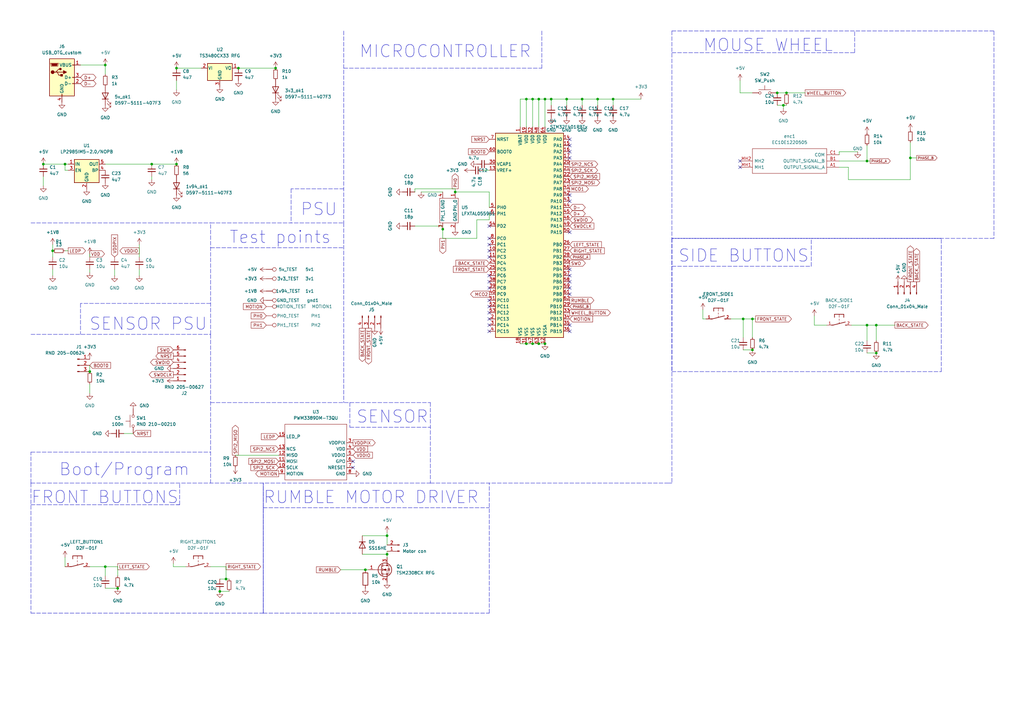
<source format=kicad_sch>
(kicad_sch (version 20211123) (generator eeschema)
  (paper "A3")
  (junction (at 92.71 237.49))
  (junction (at 223.52 40.64))
  (junction (at 318.77 38.1))
  (junction (at 36.83 152.4))
  (junction (at 304.8 130.81))
  (junction (at 355.6 133.35))
  (junction (at 62.23 67.31))
  (junction (at 72.39 27.94))
  (junction (at 218.44 140.97))
  (junction (at 149.86 233.68))
  (junction (at 232.41 40.64))
  (junction (at 90.17 242.57))
  (junction (at 186.69 78.74))
  (junction (at 218.44 40.64))
  (junction (at 72.39 67.31))
  (junction (at 321.31 43.18))
  (junction (at 308.61 143.51))
  (junction (at 355.6 66.04))
  (junction (at 21.59 102.87))
  (junction (at 220.98 40.64))
  (junction (at 322.58 38.1))
  (junction (at 43.18 26.67))
  (junction (at 251.46 40.64))
  (junction (at 26.67 67.31))
  (junction (at 113.03 27.94))
  (junction (at 238.76 40.64))
  (junction (at 226.06 40.64))
  (junction (at 245.11 40.64))
  (junction (at 215.9 40.64))
  (junction (at 359.41 133.35))
  (junction (at 48.26 241.3))
  (junction (at 223.52 140.97))
  (junction (at 373.38 64.77))
  (junction (at 158.75 227.33))
  (junction (at 43.18 232.41))
  (junction (at 220.98 140.97))
  (junction (at 181.61 93.98))
  (junction (at 308.61 130.81))
  (junction (at 215.9 140.97))
  (junction (at 359.41 144.78))
  (junction (at 97.79 27.94))
  (junction (at 158.75 219.71))
  (junction (at 17.78 67.31))
  (no_connect (at 233.68 59.69))
  (no_connect (at 200.66 92.71))
  (no_connect (at 303.53 66.04))
  (no_connect (at 233.68 57.15))
  (no_connect (at 233.68 135.89))
  (no_connect (at 233.68 110.49))
  (no_connect (at 303.53 68.58))
  (no_connect (at 233.68 62.23))
  (no_connect (at 200.66 128.27))
  (no_connect (at 233.68 80.01))
  (no_connect (at 200.66 102.87))
  (no_connect (at 200.66 135.89))
  (no_connect (at 200.66 125.73))
  (no_connect (at 144.78 189.23))
  (no_connect (at 233.68 95.25))
  (no_connect (at 233.68 115.57))
  (no_connect (at 200.66 105.41))
  (no_connect (at 200.66 123.19))
  (no_connect (at 200.66 100.33))
  (no_connect (at 233.68 113.03))
  (no_connect (at 233.68 120.65))
  (no_connect (at 200.66 130.81))
  (no_connect (at 233.68 133.35))
  (no_connect (at 200.66 113.03))
  (no_connect (at 200.66 115.57))
  (no_connect (at 233.68 82.55))
  (no_connect (at 200.66 97.79))
  (no_connect (at 144.78 191.77))
  (no_connect (at 233.68 118.11))
  (no_connect (at 200.66 118.11))
  (no_connect (at 233.68 64.77))
  (no_connect (at 200.66 133.35))
  (polyline (pts (xy 222.25 12.7) (xy 222.25 27.94)))
  (wire (pts (xy 351.79 62.23) (xy 344.17 62.23)))
  (polyline (pts (xy 86.36 101.6) (xy 140.97 101.6)))
  (wire (pts (xy 170.18 77.47) (xy 170.18 78.74)))
  (wire (pts (xy 303.53 38.1) (xy 308.61 38.1)))
  (wire (pts (xy 213.36 40.64) (xy 215.9 40.64)))
  (polyline (pts (xy 200.66 251.46) (xy 200.66 198.12)))
  (wire (pts (xy 46.99 113.03) (xy 46.99 110.49)))
  (polyline (pts (xy 386.08 152.4) (xy 386.08 97.79)))
  (polyline (pts (xy 86.36 137.16) (xy 86.36 198.12)))
  (wire (pts (xy 26.67 69.85) (xy 26.67 67.31)))
  (wire (pts (xy 344.17 66.04) (xy 355.6 66.04)))
  (wire (pts (xy 344.17 68.58) (xy 347.98 68.58)))
  (polyline (pts (xy 350.52 21.59) (xy 350.52 12.7)))
  (wire (pts (xy 62.23 67.31) (xy 72.39 67.31)))
  (wire (pts (xy 158.75 227.33) (xy 158.75 228.6)))
  (wire (pts (xy 226.06 40.64) (xy 232.41 40.64)))
  (wire (pts (xy 373.38 64.77) (xy 373.38 58.42)))
  (wire (pts (xy 21.59 113.03) (xy 21.59 110.49)))
  (polyline (pts (xy 86.36 124.46) (xy 33.02 124.46)))
  (wire (pts (xy 43.18 30.48) (xy 43.18 26.67)))
  (wire (pts (xy 232.41 43.18) (xy 232.41 40.64)))
  (wire (pts (xy 43.18 232.41) (xy 48.26 232.41)))
  (wire (pts (xy 359.41 133.35) (xy 359.41 139.7)))
  (wire (pts (xy 36.83 105.41) (xy 36.83 104.14)))
  (wire (pts (xy 355.6 133.35) (xy 359.41 133.35)))
  (wire (pts (xy 181.61 93.98) (xy 181.61 97.79)))
  (wire (pts (xy 17.78 67.31) (xy 26.67 67.31)))
  (wire (pts (xy 158.75 226.06) (xy 158.75 227.33)))
  (wire (pts (xy 232.41 40.64) (xy 238.76 40.64)))
  (wire (pts (xy 304.8 130.81) (xy 304.8 138.43)))
  (wire (pts (xy 318.77 43.18) (xy 321.31 43.18)))
  (wire (pts (xy 304.8 130.81) (xy 308.61 130.81)))
  (wire (pts (xy 251.46 40.64) (xy 262.89 40.64)))
  (wire (pts (xy 218.44 140.97) (xy 220.98 140.97)))
  (polyline (pts (xy 86.36 91.44) (xy 140.97 91.44)))
  (wire (pts (xy 36.83 232.41) (xy 43.18 232.41)))
  (wire (pts (xy 26.67 232.41) (xy 26.67 228.6)))
  (polyline (pts (xy 86.36 165.1) (xy 176.53 165.1)))
  (wire (pts (xy 148.59 219.71) (xy 158.75 219.71)))
  (wire (pts (xy 17.78 76.2) (xy 17.78 72.39)))
  (polyline (pts (xy 140.97 27.94) (xy 222.25 27.94)))
  (polyline (pts (xy 107.95 251.46) (xy 200.66 251.46)))
  (wire (pts (xy 321.31 43.18) (xy 322.58 43.18)))
  (wire (pts (xy 200.66 90.17) (xy 200.66 87.63)))
  (wire (pts (xy 36.83 157.48) (xy 36.83 161.29)))
  (wire (pts (xy 355.6 66.04) (xy 356.87 66.04)))
  (polyline (pts (xy 12.7 185.42) (xy 86.36 185.42)))
  (wire (pts (xy 36.83 111.76) (xy 36.83 110.49)))
  (wire (pts (xy 373.38 64.77) (xy 375.92 64.77)))
  (polyline (pts (xy 176.53 165.1) (xy 176.53 198.12)))
  (wire (pts (xy 373.38 64.77) (xy 373.38 73.66)))
  (polyline (pts (xy 143.51 175.26) (xy 176.53 175.26)))
  (wire (pts (xy 92.71 232.41) (xy 92.71 237.49)))
  (polyline (pts (xy 12.7 198.12) (xy 12.7 185.42)))
  (wire (pts (xy 48.26 232.41) (xy 48.26 236.22)))
  (wire (pts (xy 43.18 67.31) (xy 62.23 67.31)))
  (polyline (pts (xy 107.95 208.28) (xy 200.66 208.28)))
  (wire (pts (xy 195.58 97.79) (xy 195.58 90.17)))
  (wire (pts (xy 21.59 100.33) (xy 21.59 102.87)))
  (polyline (pts (xy 275.59 109.22) (xy 332.74 109.22)))
  (wire (pts (xy 218.44 140.97) (xy 215.9 140.97)))
  (polyline (pts (xy 275.59 12.7) (xy 407.67 12.7)))
  (wire (pts (xy 355.6 133.35) (xy 349.25 133.35)))
  (polyline (pts (xy 275.59 152.4) (xy 386.08 152.4)))
  (wire (pts (xy 181.61 92.71) (xy 181.61 93.98)))
  (wire (pts (xy 223.52 40.64) (xy 223.52 52.07)))
  (wire (pts (xy 97.79 27.94) (xy 113.03 27.94)))
  (wire (pts (xy 186.69 78.74) (xy 186.69 77.47)))
  (wire (pts (xy 71.12 231.14) (xy 71.12 232.41)))
  (wire (pts (xy 186.69 77.47) (xy 170.18 77.47)))
  (wire (pts (xy 72.39 27.94) (xy 82.55 27.94)))
  (polyline (pts (xy 12.7 207.01) (xy 73.66 207.01)))
  (polyline (pts (xy 12.7 251.46) (xy 107.95 251.46)))
  (polyline (pts (xy 275.59 97.79) (xy 275.59 198.12)))
  (wire (pts (xy 93.98 242.57) (xy 90.17 242.57)))
  (wire (pts (xy 92.71 232.41) (xy 86.36 232.41)))
  (wire (pts (xy 50.8 177.8) (xy 54.61 177.8)))
  (wire (pts (xy 48.26 241.3) (xy 43.18 241.3)))
  (wire (pts (xy 359.41 133.35) (xy 367.03 133.35)))
  (wire (pts (xy 245.11 40.64) (xy 251.46 40.64)))
  (wire (pts (xy 43.18 232.41) (xy 43.18 236.22)))
  (wire (pts (xy 172.72 78.74) (xy 181.61 78.74)))
  (wire (pts (xy 308.61 130.81) (xy 308.61 138.43)))
  (polyline (pts (xy 143.51 165.1) (xy 143.51 175.26)))
  (wire (pts (xy 355.6 133.35) (xy 355.6 139.7)))
  (wire (pts (xy 215.9 40.64) (xy 218.44 40.64)))
  (wire (pts (xy 373.38 73.66) (xy 347.98 73.66)))
  (wire (pts (xy 288.29 130.81) (xy 289.56 130.81)))
  (wire (pts (xy 195.58 90.17) (xy 200.66 90.17)))
  (wire (pts (xy 181.61 97.79) (xy 195.58 97.79)))
  (wire (pts (xy 215.9 40.64) (xy 215.9 52.07)))
  (wire (pts (xy 245.11 43.18) (xy 245.11 40.64)))
  (wire (pts (xy 200.66 78.74) (xy 200.66 85.09)))
  (wire (pts (xy 57.15 110.49) (xy 57.15 113.03)))
  (wire (pts (xy 36.83 149.86) (xy 36.83 152.4)))
  (polyline (pts (xy 12.7 198.12) (xy 176.53 198.12)))
  (wire (pts (xy 43.18 26.67) (xy 33.02 26.67)))
  (wire (pts (xy 355.6 144.78) (xy 359.41 144.78)))
  (wire (pts (xy 238.76 43.18) (xy 238.76 40.64)))
  (polyline (pts (xy 275.59 21.59) (xy 350.52 21.59)))
  (wire (pts (xy 62.23 72.39) (xy 62.23 73.66)))
  (wire (pts (xy 200.66 78.74) (xy 186.69 78.74)))
  (polyline (pts (xy 107.95 251.46) (xy 107.95 198.12)))
  (polyline (pts (xy 33.02 124.46) (xy 33.02 137.16)))
  (polyline (pts (xy 12.7 137.16) (xy 86.36 137.16)))
  (wire (pts (xy 220.98 40.64) (xy 223.52 40.64)))
  (polyline (pts (xy 332.74 109.22) (xy 332.74 97.79)))
  (wire (pts (xy 226.06 43.18) (xy 226.06 40.64)))
  (wire (pts (xy 304.8 143.51) (xy 308.61 143.51)))
  (wire (pts (xy 238.76 40.64) (xy 245.11 40.64)))
  (wire (pts (xy 96.52 186.69) (xy 114.3 186.69)))
  (wire (pts (xy 344.17 62.23) (xy 344.17 63.5)))
  (wire (pts (xy 213.36 140.97) (xy 215.9 140.97)))
  (wire (pts (xy 220.98 40.64) (xy 220.98 52.07)))
  (wire (pts (xy 334.01 133.35) (xy 339.09 133.35)))
  (wire (pts (xy 71.12 232.41) (xy 76.2 232.41)))
  (wire (pts (xy 170.18 92.71) (xy 181.61 92.71)))
  (polyline (pts (xy 86.36 137.16) (xy 86.36 91.44)))
  (polyline (pts (xy 119.38 77.47) (xy 119.38 91.44)))
  (wire (pts (xy 223.52 40.64) (xy 226.06 40.64)))
  (wire (pts (xy 308.61 130.81) (xy 309.88 130.81)))
  (wire (pts (xy 158.75 219.71) (xy 158.75 223.52)))
  (wire (pts (xy 355.6 66.04) (xy 355.6 59.69)))
  (polyline (pts (xy 12.7 91.44) (xy 86.36 91.44)))
  (wire (pts (xy 321.31 43.18) (xy 321.31 44.45)))
  (polyline (pts (xy 386.08 97.79) (xy 275.59 97.79)))
  (wire (pts (xy 149.86 233.68) (xy 151.13 233.68)))
  (wire (pts (xy 347.98 73.66) (xy 347.98 68.58)))
  (wire (pts (xy 318.77 38.1) (xy 322.58 38.1)))
  (polyline (pts (xy 275.59 12.7) (xy 275.59 97.79)))
  (wire (pts (xy 158.75 218.44) (xy 158.75 219.71)))
  (wire (pts (xy 90.17 237.49) (xy 92.71 237.49)))
  (polyline (pts (xy 176.53 198.12) (xy 274.32 198.12)))
  (wire (pts (xy 213.36 52.07) (xy 213.36 40.64)))
  (wire (pts (xy 198.12 69.85) (xy 200.66 69.85)))
  (wire (pts (xy 139.7 233.68) (xy 149.86 233.68)))
  (wire (pts (xy 218.44 40.64) (xy 218.44 52.07)))
  (wire (pts (xy 26.67 67.31) (xy 27.94 67.31)))
  (wire (pts (xy 148.59 227.33) (xy 158.75 227.33)))
  (polyline (pts (xy 407.67 12.7) (xy 407.67 97.79)))
  (polyline (pts (xy 140.97 77.47) (xy 119.38 77.47)))
  (wire (pts (xy 251.46 43.18) (xy 251.46 40.64)))
  (polyline (pts (xy 73.66 207.01) (xy 73.66 198.12)))
  (wire (pts (xy 27.94 69.85) (xy 26.67 69.85)))
  (wire (pts (xy 288.29 127) (xy 288.29 130.81)))
  (polyline (pts (xy 275.59 97.79) (xy 275.59 152.4)))
  (wire (pts (xy 27.94 102.87) (xy 26.67 102.87)))
  (wire (pts (xy 299.72 130.81) (xy 304.8 130.81)))
  (polyline (pts (xy 140.97 12.7) (xy 140.97 91.44)))
  (polyline (pts (xy 407.67 97.79) (xy 275.59 97.79)))
  (polyline (pts (xy 140.97 91.44) (xy 140.97 165.1)))
  (wire (pts (xy 220.98 140.97) (xy 223.52 140.97)))
  (polyline (pts (xy 275.59 198.12) (xy 274.32 198.12)))
  (wire (pts (xy 57.15 100.33) (xy 57.15 105.41)))
  (wire (pts (xy 303.53 33.02) (xy 303.53 38.1)))
  (wire (pts (xy 92.71 237.49) (xy 93.98 237.49)))
  (polyline (pts (xy 12.7 198.12) (xy 12.7 251.46)))
  (polyline (pts (xy 72.39 207.01) (xy 73.66 207.01)))
  (wire (pts (xy 322.58 38.1) (xy 330.2 38.1)))
  (polyline (pts (xy 107.95 251.46) (xy 107.95 198.12)))
  (wire (pts (xy 72.39 36.83) (xy 72.39 33.02)))
  (polyline (pts (xy 107.95 198.12) (xy 107.95 251.46)))
  (wire (pts (xy 218.44 40.64) (xy 220.98 40.64)))
  (wire (pts (xy 334.01 129.54) (xy 334.01 133.35)))
  (wire (pts (xy 21.59 102.87) (xy 21.59 105.41)))
  (text "Test points\n" (at 93.98 100.33 0) (effects (font (size 5 5)) (justify left bottom)))
  (text "PSU\n" (at 123.19 88.9 0) (effects (font (size 5 5)) (justify left bottom)))
  (text "SENSOR" (at 146.05 173.99 0) (effects (font (size 5 5)) (justify left bottom)))
  (text "FRONT BUTTONS\n" (at 12.7 207.01 0) (effects (font (size 5 5)) (justify left bottom)))
  (text "Boot/Program\n" (at 24.13 195.58 0) (effects (font (size 5 5)) (justify left bottom)))
  (text "SENSOR PSU\n" (at 85.09 135.89 180) (effects (font (size 5 5)) (justify right bottom)))
  (text "MICROCONTROLLER" (at 147.32 24.13 0) (effects (font (size 5 5)) (justify left bottom)))
  (text "RUMBLE MOTOR DRIVER" (at 107.95 207.01 0) (effects (font (size 5 5)) (justify left bottom)))
  (text "MOUSE WHEEL" (at 288.29 21.59 0) (effects (font (size 5 5)) (justify left bottom)))
  (text "SIDE BUTTONS\n" (at 278.13 107.95 0) (effects (font (size 5 5)) (justify left bottom)))
  (global_label "VDDPIX" (shape output) (at 144.78 181.61 0) (property "Intersheet References" "${INTERSHEET_REFS}" (effects hide)))
  (global_label "PHASE_A" (shape output) (at 356.87 66.04 0) (effects (font (size 1 1))) (property "Intersheet References" "${INTERSHEET_REFS}" (effects hide)))
  (global_label "BACK_STATE" (shape output) (at 375.92 115.57 90) (property "Intersheet References" "${INTERSHEET_REFS}" (effects hide)))
  (global_label "LEFT_STATE" (shape output) (at 48.26 232.41 0) (property "Intersheet References" "${INTERSHEET_REFS}" (effects hide)))
  (global_label "SPI2_MISO" (shape output) (at 96.52 186.69 90) (property "Intersheet References" "${INTERSHEET_REFS}" (effects hide)))
  (global_label "PH1" (shape output) (at 181.61 97.79 270) (property "Intersheet References" "${INTERSHEET_REFS}" (effects hide)))
  (global_label "SWDIO" (shape bidirectional) (at 71.12 148.59 180) (property "Intersheet References" "${INTERSHEET_REFS}" (effects hide)))
  (global_label "FRONT_STATE" (shape input) (at 200.66 110.49 180) (property "Intersheet References" "${INTERSHEET_REFS}" (effects hide)))
  (global_label "SPI2_NCS" (shape input) (at 114.3 184.15 180) (property "Intersheet References" "${INTERSHEET_REFS}" (effects hide)))
  (global_label "WHEEL_BUTTON" (shape output) (at 330.2 38.1 0) (property "Intersheet References" "${INTERSHEET_REFS}" (effects hide)))
  (global_label "SWDCLK" (shape output) (at 71.12 153.67 180) (property "Intersheet References" "${INTERSHEET_REFS}" (effects hide)))
  (global_label "MCO2" (shape output) (at 200.66 120.65 180) (property "Intersheet References" "${INTERSHEET_REFS}" (effects hide)))
  (global_label "SWDIO" (shape bidirectional) (at 233.68 90.17 0) (property "Intersheet References" "${INTERSHEET_REFS}" (effects hide)))
  (global_label "SWO" (shape output) (at 233.68 107.95 0) (property "Intersheet References" "${INTERSHEET_REFS}" (effects hide)))
  (global_label "PH1" (shape input) (at 109.22 133.35 180) (property "Intersheet References" "${INTERSHEET_REFS}" (effects hide)))
  (global_label "LEDP" (shape output) (at 27.94 102.87 0) (property "Intersheet References" "${INTERSHEET_REFS}" (effects hide)))
  (global_label "LEDP" (shape input) (at 114.3 179.07 180) (property "Intersheet References" "${INTERSHEET_REFS}" (effects hide)))
  (global_label "BOOT0" (shape input) (at 200.66 62.23 180) (property "Intersheet References" "${INTERSHEET_REFS}" (effects hide)))
  (global_label "LEFT_STATE" (shape input) (at 233.68 100.33 0) (property "Intersheet References" "${INTERSHEET_REFS}" (effects hide)))
  (global_label "PHASE_A" (shape input) (at 233.68 105.41 0) (effects (font (size 1 1))) (property "Intersheet References" "${INTERSHEET_REFS}" (effects hide)))
  (global_label "WHEEL_BUTTON" (shape output) (at 233.68 128.27 0) (property "Intersheet References" "${INTERSHEET_REFS}" (effects hide)))
  (global_label "MOTION" (shape output) (at 114.3 194.31 180) (property "Intersheet References" "${INTERSHEET_REFS}" (effects hide)))
  (global_label "VDDIO" (shape output) (at 57.15 102.87 180) (property "Intersheet References" "${INTERSHEET_REFS}" (effects hide)))
  (global_label "BOOT0" (shape input) (at 36.83 149.86 0) (property "Intersheet References" "${INTERSHEET_REFS}" (effects hide)))
  (global_label "D-" (shape bidirectional) (at 233.68 85.09 0) (property "Intersheet References" "${INTERSHEET_REFS}" (effects hide)))
  (global_label "FRONT_STATE" (shape output) (at 373.38 115.57 90) (property "Intersheet References" "${INTERSHEET_REFS}" (effects hide)))
  (global_label "VDDIO" (shape input) (at 144.78 186.69 0) (property "Intersheet References" "${INTERSHEET_REFS}" (effects hide)))
  (global_label "BACK_STATE" (shape input) (at 200.66 107.95 180) (property "Intersheet References" "${INTERSHEET_REFS}" (effects hide)))
  (global_label "RUMBLE" (shape input) (at 139.7 233.68 180) (property "Intersheet References" "${INTERSHEET_REFS}" (effects hide)))
  (global_label "BACK_STATE" (shape output) (at 148.59 134.62 270) (property "Intersheet References" "${INTERSHEET_REFS}" (effects hide)))
  (global_label "PH0" (shape input) (at 109.22 129.54 180) (property "Intersheet References" "${INTERSHEET_REFS}" (effects hide)))
  (global_label "SWO" (shape input) (at 71.12 143.51 180) (property "Intersheet References" "${INTERSHEET_REFS}" (effects hide)))
  (global_label "SPI2_MOSI" (shape output) (at 233.68 74.93 0) (property "Intersheet References" "${INTERSHEET_REFS}" (effects hide)))
  (global_label "SPI2_NCS" (shape output) (at 233.68 67.31 0) (property "Intersheet References" "${INTERSHEET_REFS}" (effects hide)))
  (global_label "SPI2_MISO" (shape input) (at 233.68 72.39 0) (property "Intersheet References" "${INTERSHEET_REFS}" (effects hide)))
  (global_label "MOTION" (shape input) (at 233.68 130.81 0) (property "Intersheet References" "${INTERSHEET_REFS}" (effects hide)))
  (global_label "D+" (shape bidirectional) (at 33.02 31.75 0) (property "Intersheet References" "${INTERSHEET_REFS}" (effects hide)))
  (global_label "NRST" (shape input) (at 54.61 177.8 0) (property "Intersheet References" "${INTERSHEET_REFS}" (effects hide)))
  (global_label "SWDCLK" (shape input) (at 233.68 92.71 0) (property "Intersheet References" "${INTERSHEET_REFS}" (effects hide)))
  (global_label "NRST" (shape output) (at 71.12 146.05 180) (property "Intersheet References" "${INTERSHEET_REFS}" (effects hide)))
  (global_label "SPI2_SCK" (shape output) (at 233.68 69.85 0) (property "Intersheet References" "${INTERSHEET_REFS}" (effects hide)))
  (global_label "PHASE_B" (shape output) (at 375.92 64.77 0) (effects (font (size 1 1))) (property "Intersheet References" "${INTERSHEET_REFS}" (effects hide)))
  (global_label "D-" (shape bidirectional) (at 33.02 34.29 0) (property "Intersheet References" "${INTERSHEET_REFS}" (effects hide)))
  (global_label "RIGHT_STATE" (shape input) (at 233.68 102.87 0) (property "Intersheet References" "${INTERSHEET_REFS}" (effects hide)))
  (global_label "PHASE_B" (shape input) (at 233.68 125.73 0) (effects (font (size 1 1))) (property "Intersheet References" "${INTERSHEET_REFS}" (effects hide)))
  (global_label "RUMBLE" (shape output) (at 233.68 123.19 0) (property "Intersheet References" "${INTERSHEET_REFS}" (effects hide)))
  (global_label "D+" (shape bidirectional) (at 233.68 87.63 0) (property "Intersheet References" "${INTERSHEET_REFS}" (effects hide)))
  (global_label "SPI2_SCK" (shape input) (at 114.3 191.77 180) (property "Intersheet References" "${INTERSHEET_REFS}" (effects hide)))
  (global_label "BACK_STATE" (shape output) (at 367.03 133.35 0) (property "Intersheet References" "${INTERSHEET_REFS}" (effects hide)))
  (global_label "FRONT_STATE" (shape output) (at 309.88 130.81 0) (property "Intersheet References" "${INTERSHEET_REFS}" (effects hide)))
  (global_label "MCO1" (shape output) (at 233.68 77.47 0) (property "Intersheet References" "${INTERSHEET_REFS}" (effects hide)))
  (global_label "MOTION" (shape input) (at 109.22 125.73 180) (property "Intersheet References" "${INTERSHEET_REFS}" (effects hide)))
  (global_label "PH0" (shape output) (at 186.69 77.47 90) (property "Intersheet References" "${INTERSHEET_REFS}" (effects hide)))
  (global_label "VDD" (shape input) (at 144.78 184.15 0) (property "Intersheet References" "${INTERSHEET_REFS}" (effects hide)))
  (global_label "SPI2_MOSI" (shape input) (at 114.3 189.23 180) (property "Intersheet References" "${INTERSHEET_REFS}" (effects hide)))
  (global_label "VDDPIX" (shape input) (at 46.99 105.41 90) (property "Intersheet References" "${INTERSHEET_REFS}" (effects hide)))
  (global_label "RIGHT_STATE" (shape output) (at 92.71 232.41 0) (property "Intersheet References" "${INTERSHEET_REFS}" (effects hide)))
  (global_label "VDD" (shape output) (at 36.83 104.14 0) (property "Intersheet References" "${INTERSHEET_REFS}" (effects hide)))
  (global_label "NRST" (shape input) (at 200.66 57.15 180) (property "Intersheet References" "${INTERSHEET_REFS}" (effects hide)))
  (global_label "FRONT_STATE" (shape output) (at 151.13 134.62 270) (property "Intersheet References" "${INTERSHEET_REFS}" (effects hide)))
  (symbol (lib_id "power:GND") (at 370.84 115.57 180) (unit 1)
    (property "Reference" "#PWR0152" (effects hide))
    (property "Value" "GND" (at 370.84 111.76 90) (effects (justify right)))
  )
  (symbol (lib_id "power:+3V3") (at 109.22 114.3 90) (unit 1)
    (property "Reference" "#PWR0127" (effects hide))
    (property "Value" "+3V3" (at 105.41 114.3001 90) (effects (justify left)))
  )
  (symbol (lib_id "mouse:D2F-01F") (at 81.28 232.41 0) (unit 1)
    (property "Reference" "RIGHT_BUTTON1" (at 81.28 222.25 0))
    (property "Value" "D2F-01F" (at 81.28 224.79 0))
    (property "Footprint" "mouse:D2F-01F" (effects hide))
    (property "part #" "D2F-01F" (effects hide))
  )
  (symbol (lib_id "power:+5V") (at 303.53 33.02 0) (unit 1)
    (property "Reference" "#PWR0166" (effects hide))
    (property "Value" "+5V" (at 303.53 27.94 0))
  )
  (symbol (lib_id "power:GND") (at 45.72 177.8 270) (unit 1)
    (property "Reference" "#PWR0133" (effects hide))
    (property "Value" "GND" (at 41.91 177.7999 90) (effects (justify right)))
  )
  (symbol (lib_id "Device:C_Small") (at 97.79 30.48 0) (unit 1)
    (property "Reference" "C9" (at 100.33 29.2162 0) (effects (justify left)))
    (property "Value" "4u7" (at 100.33 31.7562 0) (effects (justify left)))
    (property "Footprint" "Capacitor_SMD:C_0805_2012Metric_Pad1.18x1.45mm_HandSolder" (effects hide))
  )
  (symbol (lib_id "power:+5V") (at 368.3 115.57 0) (unit 1)
    (property "Reference" "#PWR0153" (effects hide))
    (property "Value" "+5V" (at 368.3 110.49 90))
  )
  (symbol (lib_id "power:GND") (at 153.67 134.62 0) (unit 1)
    (property "Reference" "#PWR0163" (effects hide))
    (property "Value" "GND" (at 153.67 138.43 90) (effects (justify right)))
  )
  (symbol (lib_id "Device:LED") (at 113.03 36.83 90) (unit 1)
    (property "Reference" "3v3_ok1" (at 116.84 37.1474 90) (effects (justify right)))
    (property "Value" "D597-5111-407F3" (at 116.84 39.6874 90) (effects (justify right)))
    (property "Footprint" "LED_SMD:LED_0805_2012Metric_Pad1.15x1.40mm_HandSolder" (effects hide))
    (property "part #" "D597-5111-407F3" (effects hide))
  )
  (symbol (lib_id "power:GND") (at 186.69 93.98 0) (unit 1)
    (property "Reference" "#PWR0168" (effects hide))
    (property "Value" "GND" (at 189.23 95.2499 0) (effects (justify left)))
  )
  (symbol (lib_id "power:GND") (at 21.59 113.03 0) (unit 1)
    (property "Reference" "#PWR0136" (effects hide))
    (property "Value" "GND" (at 21.59 118.11 0))
  )
  (symbol (lib_id "mouse:EC10E1220505") (at 344.17 68.58 180) (unit 1)
    (property "Reference" "enc1" (at 323.85 55.88 0))
    (property "Value" "EC10E1220505" (at 323.85 58.42 0))
    (property "Footprint" "mouse:EC10E1220505" (effects hide))
    (property "Datasheet" "https://tech.alpsalpine.com/prod/e/html/encoder/incremental/ec10e/ec10e1220505.html" (effects hide))
    (property "Description" "10mm Size Hollow Shaft Type EC10E Incremental Encoder" (effects hide))
    (property "Height" "10.6" (effects hide))
    (property "Manufacturer_Name" "ALPS Electric" (effects hide))
    (property "Manufacturer_Part_Number" "EC10E1220505" (effects hide))
    (property "Mouser Part Number" "688-EC10E1220505" (effects hide))
    (property "Mouser Price/Stock" "https://www.mouser.co.uk/ProductDetail/Alps-Alpine/EC10E1220505?qs=seHrhfPpLDy2J0FZRG9wSg%3D%3D" (effects hide))
  )
  (symbol (lib_id "mouse:D2F-01F") (at 294.64 130.81 0) (unit 1)
    (property "Reference" "FRONT_SIDE1" (at 294.64 120.65 0))
    (property "Value" "D2F-01F" (at 294.64 123.19 0))
    (property "Footprint" "mouse:D2F-01F" (effects hide))
  )
  (symbol (lib_id "power:+5V") (at 334.01 129.54 0) (unit 1)
    (property "Reference" "#PWR0151" (effects hide))
    (property "Value" "+5V" (at 334.01 124.46 0))
  )
  (symbol (lib_id "power:GND") (at 165.1 92.71 270) (unit 1)
    (property "Reference" "#PWR0103" (effects hide))
    (property "Value" "GND" (at 160.02 92.71 0))
  )
  (symbol (lib_id "Device:LED") (at 43.18 39.37 90) (unit 1)
    (property "Reference" "5v_ok1" (at 46.99 39.6874 90) (effects (justify right)))
    (property "Value" "D597-5111-407F3" (at 46.99 42.2274 90) (effects (justify right)))
    (property "Footprint" "LED_SMD:LED_0805_2012Metric_Pad1.15x1.40mm_HandSolder" (effects hide))
    (property "part #" "D597-5111-407F3" (effects hide))
  )
  (symbol (lib_id "Device:R_Small") (at 113.03 30.48 0) (unit 1)
    (property "Reference" "R10" (at 115.57 29.2099 0) (effects (justify left)))
    (property "Value" "1k" (at 115.57 31.7499 0) (effects (justify left)))
    (property "Footprint" "Resistor_SMD:R_0805_2012Metric_Pad1.20x1.40mm_HandSolder" (effects hide))
    (property "part #" "RC0805FR-071KL" (effects hide))
  )
  (symbol (lib_id "Device:R_Small") (at 43.18 33.02 0) (unit 1)
    (property "Reference" "R3" (at 45.72 31.7499 0) (effects (justify left)))
    (property "Value" "1k" (at 45.72 34.2899 0) (effects (justify left)))
    (property "Footprint" "Resistor_SMD:R_0805_2012Metric_Pad1.20x1.40mm_HandSolder" (effects hide))
    (property "part #" "RC0805FR-071KL" (effects hide))
  )
  (symbol (lib_id "power:GND") (at 36.83 161.29 0) (unit 1)
    (property "Reference" "#PWR0139" (effects hide))
    (property "Value" "GND" (at 36.83 166.37 0))
  )
  (symbol (lib_id "Device:C_Small") (at 318.77 40.64 180) (unit 1)
    (property "Reference" "C24" (at 313.69 39.37 0) (effects (justify right)))
    (property "Value" "10u" (at 313.69 41.91 0) (effects (justify right)))
    (property "Footprint" "Capacitor_SMD:C_0805_2012Metric_Pad1.18x1.45mm_HandSolder" (effects hide))
  )
  (symbol (lib_id "power:+1V8") (at 21.59 100.33 0) (unit 1)
    (property "Reference" "#PWR0121" (effects hide))
    (property "Value" "+1V8" (at 21.59 95.25 0))
  )
  (symbol (lib_id "Device:C_Small") (at 195.58 69.85 270) (unit 1)
    (property "Reference" "C18" (at 196.8438 72.39 0) (effects (justify left)))
    (property "Value" "4.7u" (at 194.3038 72.39 0) (effects (justify left)))
    (property "Footprint" "Capacitor_SMD:C_0805_2012Metric_Pad1.18x1.45mm_HandSolder" (effects hide))
  )
  (symbol (lib_id "Connector:TestPoint") (at 109.22 119.38 270) (unit 1)
    (property "Reference" "1v1" (at 127 119.38 90))
    (property "Value" "1v94_TEST" (at 118.11 119.38 90))
    (property "Footprint" "Connector_PinHeader_2.54mm:PinHeader_1x01_P2.54mm_Vertical" (effects hide))
  )
  (symbol (lib_id "power:+5V") (at 26.67 228.6 0) (unit 1)
    (property "Reference" "#PWR0149" (effects hide))
    (property "Value" "+5V" (at 26.67 223.52 0))
  )
  (symbol (lib_id "power:+5V") (at 43.18 26.67 0) (unit 1)
    (property "Reference" "#PWR0115" (effects hide))
    (property "Value" "+5V" (at 43.18 21.59 0))
  )
  (symbol (lib_id "Regulator_Linear:AP2127N-3.3") (at 90.17 27.94 0) (unit 1)
    (property "Reference" "U2" (at 90.17 20.32 0))
    (property "Value" "TS3480CX33 RFG" (at 90.17 22.86 0))
    (property "Footprint" "Package_TO_SOT_SMD:SOT-23" (effects hide))
    (property "part #" "TS3480CX33 RFG" (effects hide))
  )
  (symbol (lib_id "power:+1V8") (at 72.39 67.31 0) (unit 1)
    (property "Reference" "#PWR0142" (effects hide))
    (property "Value" "+1V8" (at 72.39 62.23 0))
  )
  (symbol (lib_id "power:GND") (at 149.86 241.3 0) (unit 1)
    (property "Reference" "#PWR0164" (effects hide))
    (property "Value" "GND" (at 149.86 246.38 0))
  )
  (symbol (lib_id "power:+3V3") (at 71.12 156.21 90) (unit 1)
    (property "Reference" "#PWR0131" (effects hide))
    (property "Value" "+3V3" (at 67.31 156.2101 90) (effects (justify left)))
  )
  (symbol (lib_id "Device:R_Small") (at 355.6 57.15 180) (unit 1)
    (property "Reference" "R14" (at 358.14 55.8799 0) (effects (justify right)))
    (property "Value" "10k" (at 358.14 58.4199 0) (effects (justify right)))
    (property "Footprint" "Resistor_SMD:R_0805_2012Metric_Pad1.20x1.40mm_HandSolder" (effects hide))
    (property "part #" "RT0805FRE0710KL" (effects hide))
  )
  (symbol (lib_id "power:+3V3") (at 96.52 191.77 180) (unit 1)
    (property "Reference" "#PWR0123" (effects hide))
    (property "Value" "+3V3" (at 96.52 196.85 0))
  )
  (symbol (lib_id "power:GND") (at 97.79 33.02 0) (unit 1)
    (property "Reference" "#PWR0145" (effects hide))
    (property "Value" "GND" (at 97.79 38.1 0))
  )
  (symbol (lib_id "power:GND") (at 43.18 43.18 0) (unit 1)
    (property "Reference" "#PWR0114" (effects hide))
    (property "Value" "GND" (at 43.18 48.26 0))
  )
  (symbol (lib_id "Device:C_Small") (at 251.46 45.72 0) (unit 1)
    (property "Reference" "C17" (at 254 44.4562 0) (effects (justify left)))
    (property "Value" "4.7u" (at 254 46.9962 0) (effects (justify left)))
    (property "Footprint" "Capacitor_SMD:C_0805_2012Metric_Pad1.18x1.45mm_HandSolder" (effects hide))
  )
  (symbol (lib_id "power:GND") (at 36.83 111.76 0) (unit 1)
    (property "Reference" "#PWR0135" (effects hide))
    (property "Value" "GND" (at 36.83 116.84 0))
  )
  (symbol (lib_id "MCU_ST_STM32F4:STM32F401RBTx") (at 218.44 95.25 0) (unit 1)
    (property "Reference" "U4" (at 225.5394 49.53 0) (effects (justify left)))
    (property "Value" "STM32F401RBTx" (at 225.5394 52.07 0) (effects (justify left)))
    (property "Footprint" "Package_QFP:LQFP-64_10x10mm_P0.5mm" (effects hide))
    (property "Datasheet" "http://www.st.com/st-web-ui/static/active/en/resource/technical/document/datasheet/DM00086815.pdf" (effects hide))
  )
  (symbol (lib_id "power:GND") (at 71.12 151.13 270) (unit 1)
    (property "Reference" "#PWR0132" (effects hide))
    (property "Value" "GND" (at 67.31 151.1301 90) (effects (justify right)))
  )
  (symbol (lib_id "Device:C_Small") (at 198.12 67.31 270) (unit 1)
    (property "Reference" "C12" (at 198.12 69.85 90))
    (property "Value" "4.7u" (at 194.31 64.77 90))
    (property "Footprint" "Capacitor_SMD:C_0805_2012Metric_Pad1.18x1.45mm_HandSolder" (effects hide))
  )
  (symbol (lib_id "Connector:Conn_01x02_Male") (at 163.83 226.06 180) (unit 1)
    (property "Reference" "J3" (at 165.1 223.5199 0) (effects (justify right)))
    (property "Value" "Motor con" (at 165.1 226.0599 0) (effects (justify right)))
    (property "Footprint" "Connector_PinSocket_2.54mm:PinSocket_1x02_P2.54mm_Vertical" (effects hide))
  )
  (symbol (lib_id "Device:C_Small") (at 48.26 177.8 90) (unit 1)
    (property "Reference" "C5" (at 48.2663 171.45 90))
    (property "Value" "100n" (at 48.2663 173.99 90))
    (property "Footprint" "Capacitor_SMD:C_0805_2012Metric_Pad1.18x1.45mm_HandSolder" (effects hide))
  )
  (symbol (lib_id "power:GND") (at 165.1 78.74 270) (unit 1)
    (property "Reference" "#PWR0101" (effects hide))
    (property "Value" "GND" (at 160.02 78.74 0))
  )
  (symbol (lib_id "Connector:TestPoint") (at 109.22 129.54 270) (unit 1)
    (property "Reference" "PH1" (at 129.54 129.54 90))
    (property "Value" "PH0_TEST" (at 118.11 129.54 90))
    (property "Footprint" "Connector_PinHeader_2.54mm:PinHeader_1x01_P2.54mm_Vertical" (effects hide))
  )
  (symbol (lib_id "power:GND") (at 351.79 62.23 0) (mirror y) (unit 1)
    (property "Reference" "#PWR0155" (effects hide))
    (property "Value" "GND" (at 351.79 60.96 0))
  )
  (symbol (lib_id "power:GND") (at 238.76 48.26 0) (unit 1)
    (property "Reference" "#PWR0105" (effects hide))
    (property "Value" "GND" (at 238.76 53.34 0))
  )
  (symbol (lib_id "power:GND") (at 25.4 41.91 0) (unit 1)
    (property "Reference" "#PWR0113" (effects hide))
    (property "Value" "GND" (at 25.4 46.99 0))
  )
  (symbol (lib_id "power:+1V8") (at 36.83 104.14 0) (unit 1)
    (property "Reference" "#PWR0116" (effects hide))
    (property "Value" "+1V8" (at 36.83 99.06 0))
  )
  (symbol (lib_id "power:GND") (at 17.78 76.2 0) (unit 1)
    (property "Reference" "#PWR0120" (effects hide))
    (property "Value" "GND" (at 17.78 81.28 0))
  )
  (symbol (lib_id "power:+5V") (at 17.78 67.31 0) (unit 1)
    (property "Reference" "#PWR0119" (effects hide))
    (property "Value" "+5V" (at 17.78 62.23 0))
  )
  (symbol (lib_id "power:GND") (at 195.58 67.31 270) (unit 1)
    (property "Reference" "#PWR0102" (effects hide))
    (property "Value" "GND" (at 191.77 67.3099 90) (effects (justify right)))
  )
  (symbol (lib_id "power:GND") (at 72.39 80.01 0) (unit 1)
    (property "Reference" "#PWR0140" (effects hide))
    (property "Value" "GND" (at 72.39 85.09 0))
  )
  (symbol (lib_id "Device:C_Small") (at 46.99 107.95 0) (unit 1)
    (property "Reference" "C4" (at 49.53 106.6862 0) (effects (justify left)))
    (property "Value" "4u7" (at 49.53 109.2262 0) (effects (justify left)))
    (property "Footprint" "Capacitor_SMD:C_0805_2012Metric_Pad1.18x1.45mm_HandSolder" (effects hide))
  )
  (symbol (lib_id "power:+3V3") (at 193.04 69.85 90) (unit 1)
    (property "Reference" "#PWR0110" (effects hide))
    (property "Value" "+3V3" (at 182.88 69.85 90) (effects (justify right)))
  )
  (symbol (lib_id "Connector:Conn_01x06_Male") (at 76.2 151.13 180) (unit 1)
    (property "Reference" "J2" (at 75.565 161.29 0))
    (property "Value" "RND 205-00627" (at 75.565 158.75 0))
    (property "Footprint" "Connector_PinHeader_2.54mm:PinHeader_1x06_P2.54mm_Vertical" (effects hide))
  )
  (symbol (lib_id "Device:C_Small") (at 167.64 78.74 90) (unit 1)
    (property "Reference" "C10" (at 167.6463 72.39 90))
    (property "Value" "18p" (at 167.6463 74.93 90))
    (property "Footprint" "Capacitor_SMD:C_0805_2012Metric_Pad1.18x1.45mm_HandSolder" (effects hide))
  )
  (symbol (lib_id "Device:R_Small") (at 373.38 55.88 180) (unit 1)
    (property "Reference" "R15" (at 375.92 54.6099 0) (effects (justify right)))
    (property "Value" "10k" (at 375.92 57.1499 0) (effects (justify right)))
    (property "Footprint" "Resistor_SMD:R_0805_2012Metric_Pad1.20x1.40mm_HandSolder" (effects hide))
    (property "part #" "RT0805FRE0710KL" (effects hide))
  )
  (symbol (lib_id "Device:R") (at 149.86 237.49 0) (unit 1)
    (property "Reference" "R5" (at 152.4 236.2199 0) (effects (justify left)))
    (property "Value" "10k" (at 152.4 238.7599 0) (effects (justify left)))
    (property "Footprint" "Resistor_SMD:R_0805_2012Metric_Pad1.20x1.40mm_HandSolder" (effects hide))
    (property "part #" "RC0805FR-071KL" (effects hide))
  )
  (symbol (lib_id "power:GND") (at 90.17 35.56 0) (unit 1)
    (property "Reference" "#PWR0146" (effects hide))
    (property "Value" "GND" (at 90.17 40.64 0))
  )
  (symbol (lib_id "Device:C_Small") (at 43.18 72.39 0) (unit 1)
    (property "Reference" "C23" (at 45.72 71.1262 0) (effects (justify left)))
    (property "Value" "4u7" (at 45.72 73.6662 0) (effects (justify left)))
    (property "Footprint" "Capacitor_SMD:C_0805_2012Metric_Pad1.18x1.45mm_HandSolder" (effects hide))
  )
  (symbol (lib_id "power:GND") (at 43.18 74.93 0) (unit 1)
    (property "Reference" "#PWR0117" (effects hide))
    (property "Value" "GND" (at 43.18 80.01 0))
  )
  (symbol (lib_id "power:GND") (at 251.46 48.26 0) (unit 1)
    (property "Reference" "#PWR0104" (effects hide))
    (property "Value" "GND" (at 251.46 53.34 0))
  )
  (symbol (lib_id "Connector:Conn_01x04_Male") (at 153.67 129.54 270) (unit 1)
    (property "Reference" "J5" (at 152.4 127 90))
    (property "Value" "Conn_01x04_Male" (at 152.4 124.46 90))
    (property "Footprint" "Connector_PinHeader_2.54mm:PinHeader_1x04_P2.54mm_Vertical" (effects hide))
  )
  (symbol (lib_id "Device:C_Small") (at 90.17 240.03 180) (unit 1)
    (property "Reference" "C20" (at 85.09 238.76 0) (effects (justify right)))
    (property "Value" "10u" (at 85.09 241.3 0) (effects (justify right)))
    (property "Footprint" "Capacitor_SMD:C_0805_2012Metric_Pad1.18x1.45mm_HandSolder" (effects hide))
  )
  (symbol (lib_id "Connector:TestPoint") (at 109.22 114.3 270) (unit 1)
    (property "Reference" "3v1" (at 127 114.3 90))
    (property "Value" "3v3_TEST" (at 118.11 114.3 90))
    (property "Footprint" "Connector_PinHeader_2.54mm:PinHeader_1x01_P2.54mm_Vertical" (effects hide))
  )
  (symbol (lib_id "power:+5V") (at 109.22 110.49 90) (unit 1)
    (property "Reference" "#PWR0129" (effects hide))
    (property "Value" "+5V" (at 105.41 110.4901 90) (effects (justify left)))
  )
  (symbol (lib_id "power:+3V3") (at 262.89 40.64 0) (unit 1)
    (property "Reference" "#PWR0109" (effects hide))
    (property "Value" "+3V3" (at 262.89 35.56 0))
  )
  (symbol (lib_id "Device:C_Small") (at 17.78 69.85 0) (unit 1)
    (property "Reference" "C1" (at 20.32 68.5862 0) (effects (justify left)))
    (property "Value" "4u7" (at 20.32 71.1262 0) (effects (justify left)))
    (property "Footprint" "Capacitor_SMD:C_0805_2012Metric_Pad1.18x1.45mm_HandSolder" (effects hide))
  )
  (symbol (lib_id "Connector:TestPoint") (at 109.22 110.49 270) (unit 1)
    (property "Reference" "5v1" (at 127 110.49 90))
    (property "Value" "5v_TEST" (at 118.11 110.49 90))
    (property "Footprint" "Connector_PinHeader_2.54mm:PinHeader_1x01_P2.54mm_Vertical" (effects hide))
  )
  (symbol (lib_id "Diode:1N4001") (at 148.59 223.52 270) (unit 1)
    (property "Reference" "D5" (at 151.13 222.2499 90) (effects (justify left)))
    (property "Value" "SS16HE" (at 151.13 224.7899 90) (effects (justify left)))
    (property "Footprint" "mouse:SOD-323HE" (effects hide))
    (property "part #" "SS16HE" (effects hide))
  )
  (symbol (lib_id "power:+5V") (at 288.29 127 0) (unit 1)
    (property "Reference" "#PWR0150" (effects hide))
    (property "Value" "+5V" (at 288.29 121.92 0))
  )
  (symbol (lib_id "Device:LED") (at 72.39 76.2 90) (unit 1)
    (property "Reference" "1v94_ok1" (at 76.2 76.5174 90) (effects (justify right)))
    (property "Value" "D597-5111-407F3" (at 76.2 79.0574 90) (effects (justify right)))
    (property "Footprint" "LED_SMD:LED_0805_2012Metric_Pad1.15x1.40mm_HandSolder" (effects hide))
    (property "part #" "D597-5111-407F3" (effects hide))
  )
  (symbol (lib_id "Regulator_Linear:MIC5205-2.5YM5") (at 35.56 69.85 0) (unit 1)
    (property "Reference" "U1" (at 35.56 59.69 0))
    (property "Value" "LP2985IM5-2.0/NOPB" (at 35.56 62.23 0))
    (property "Footprint" "Package_TO_SOT_SMD:SOT-23-5" (effects hide))
    (property "Datasheet" "https://www.ti.com/lit/ds/symlink/lp2985lv-n.pdf?HQS=dis-mous-null-mousermode-dsf-pf-null-wwe&ts=1644322369088" (effects hide))
    (property "part #" "LP2985IM5-2.0/NOPB" (effects hide))
  )
  (symbol (lib_id "Device:R_Small") (at 308.61 140.97 180) (unit 1)
    (property "Reference" "R6" (at 311.15 139.6999 0) (effects (justify right)))
    (property "Value" "4.7k" (at 311.15 142.2399 0) (effects (justify right)))
    (property "Footprint" "Resistor_SMD:R_0805_2012Metric_Pad1.20x1.40mm_HandSolder" (effects hide))
    (property "part #" "RC0805FR-074K7L" (effects hide))
  )
  (symbol (lib_id "Connector:TestPoint") (at 109.22 133.35 270) (unit 1)
    (property "Reference" "PH2" (at 129.54 133.35 90))
    (property "Value" "PH1_TEST" (at 118.11 133.35 90))
    (property "Footprint" "Connector_PinHeader_2.54mm:PinHeader_1x01_P2.54mm_Vertical" (effects hide))
  )
  (symbol (lib_id "Switch:SW_Push") (at 54.61 172.72 90) (unit 1)
    (property "Reference" "SW1" (at 55.88 171.4499 90) (effects (justify right)))
    (property "Value" "RND 210-00210" (at 55.88 173.9899 90) (effects (justify right)))
    (property "Footprint" "Button_Switch_SMD:SW_Push_1P1T_NO_6x6mm_H9.5mm" (effects hide))
  )
  (symbol (lib_id "power:GND") (at 62.23 73.66 0) (unit 1)
    (property "Reference" "#PWR0141" (effects hide))
    (property "Value" "GND" (at 62.23 78.74 0))
  )
  (symbol (lib_id "Device:C_Small") (at 355.6 142.24 180) (unit 1)
    (property "Reference" "C22" (at 350.52 140.97 0) (effects (justify right)))
    (property "Value" "10u" (at 350.52 143.51 0) (effects (justify right)))
    (property "Footprint" "Capacitor_SMD:C_0805_2012Metric_Pad1.18x1.45mm_HandSolder" (effects hide))
  )
  (symbol (lib_id "Device:R_Small") (at 359.41 142.24 180) (unit 1)
    (property "Reference" "R11" (at 361.95 140.9699 0) (effects (justify right)))
    (property "Value" "4.7k" (at 361.95 143.5099 0) (effects (justify right)))
    (property "Footprint" "Resistor_SMD:R_0805_2012Metric_Pad1.20x1.40mm_HandSolder" (effects hide))
    (property "part #" "RC0805FR-074K7L" (effects hide))
  )
  (symbol (lib_id "Connector:TestPoint") (at 109.22 123.19 270) (unit 1)
    (property "Reference" "gnd1" (at 128.27 123.19 90))
    (property "Value" "GND_TEST" (at 118.11 123.19 90))
    (property "Footprint" "Connector_PinHeader_2.54mm:PinHeader_1x01_P2.54mm_Vertical" (effects hide))
  )
  (symbol (lib_id "power:GND") (at 321.31 44.45 0) (unit 1)
    (property "Reference" "#PWR0165" (effects hide))
    (property "Value" "GND" (at 321.31 49.53 0))
  )
  (symbol (lib_id "Device:C_Small") (at 21.59 107.95 0) (unit 1)
    (property "Reference" "C2" (at 24.13 106.6862 0) (effects (justify left)))
    (property "Value" "10u" (at 24.13 109.2262 0) (effects (justify left)))
    (property "Footprint" "Capacitor_SMD:C_0805_2012Metric_Pad1.18x1.45mm_HandSolder" (effects hide))
  )
  (symbol (lib_id "power:+5V") (at 71.12 231.14 0) (unit 1)
    (property "Reference" "#PWR0154" (effects hide))
    (property "Value" "+5V" (at 71.12 226.06 0))
  )
  (symbol (lib_id "Device:C_Small") (at 62.23 69.85 0) (unit 1)
    (property "Reference" "C7" (at 64.77 68.5862 0) (effects (justify left)))
    (property "Value" "4u7" (at 64.77 71.1262 0) (effects (justify left)))
    (property "Footprint" "Capacitor_SMD:C_0805_2012Metric_Pad1.18x1.45mm_HandSolder" (effects hide))
  )
  (symbol (lib_id "Connector:Conn_01x03_Male") (at 31.75 149.86 0) (unit 1)
    (property "Reference" "J1" (at 32.385 142.24 0))
    (property "Value" "RND 205-00624" (at 26.67 144.78 0))
    (property "Footprint" "Connector_PinHeader_2.54mm:PinHeader_1x03_P2.54mm_Vertical" (effects hide))
  )
  (symbol (lib_id "power:GND") (at 245.11 48.26 0) (unit 1)
    (property "Reference" "#PWR0106" (effects hide))
    (property "Value" "GND" (at 245.11 53.34 0))
  )
  (symbol (lib_id "Device:C_Small") (at 226.06 45.72 0) (unit 1)
    (property "Reference" "C13" (at 228.6 44.4562 0) (effects (justify left)))
    (property "Value" "4.7u" (at 228.6 46.9962 0) (effects (justify left)))
    (property "Footprint" "Capacitor_SMD:C_0805_2012Metric_Pad1.18x1.45mm_HandSolder" (effects hide))
  )
  (symbol (lib_id "Device:R_Small") (at 36.83 154.94 0) (unit 1)
    (property "Reference" "R2" (at 39.37 153.6699 0) (effects (justify left)))
    (property "Value" "10k" (at 39.37 156.2099 0) (effects (justify left)))
    (property "Footprint" "Resistor_SMD:R_0805_2012Metric_Pad1.20x1.40mm_HandSolder" (effects hide))
    (property "part #" "RT0805FRE0710KL" (effects hide))
  )
  (symbol (lib_id "Connector:TestPoint") (at 109.22 125.73 270) (unit 1)
    (property "Reference" "MOTION1" (at 132.08 125.73 90))
    (property "Value" "MOTION_TEST" (at 119.38 125.73 90))
    (property "Footprint" "Connector_PinHeader_2.54mm:PinHeader_1x01_P2.54mm_Vertical" (effects hide))
  )
  (symbol (lib_id "power:+5V") (at 72.39 27.94 0) (unit 1)
    (property "Reference" "#PWR0147" (effects hide))
    (property "Value" "+5V" (at 72.39 22.86 0))
  )
  (symbol (lib_id "power:GND") (at 158.75 238.76 0) (unit 1)
    (property "Reference" "#PWR0159" (effects hide))
    (property "Value" "GND" (at 158.75 243.84 0))
  )
  (symbol (lib_id "power:GND") (at 223.52 140.97 0) (unit 1)
    (property "Reference" "#PWR0111" (effects hide))
    (property "Value" "GND" (at 223.52 146.05 0))
  )
  (symbol (lib_id "Device:C_Small") (at 72.39 30.48 0) (unit 1)
    (property "Reference" "C8" (at 74.93 29.2162 0) (effects (justify left)))
    (property "Value" "4u7" (at 74.93 31.7562 0) (effects (justify left)))
    (property "Footprint" "Capacitor_SMD:C_0805_2012Metric_Pad1.18x1.45mm_HandSolder" (effects hide))
  )
  (symbol (lib_id "Device:R_Small") (at 93.98 240.03 180) (unit 1)
    (property "Reference" "R7" (at 96.52 238.7599 0) (effects (justify right)))
    (property "Value" "4.7k" (at 96.52 241.2999 0) (effects (justify right)))
    (property "Footprint" "Resistor_SMD:R_0805_2012Metric_Pad1.20x1.40mm_HandSolder" (effects hide))
    (property "part #" "RC0805FR-074K7L" (effects hide))
  )
  (symbol (lib_id "Device:Q_NMOS_GSD") (at 156.21 233.68 0) (unit 1)
    (property "Reference" "Q1" (at 162.56 232.4099 0) (effects (justify left)))
    (property "Value" "TSM2308CX RFG" (at 162.56 234.9499 0) (effects (justify left)))
    (property "Footprint" "Package_TO_SOT_SMD:SOT-23" (effects hide))
    (property "part #" "TSM2308CX RFG" (effects hide))
  )
  (symbol (lib_id "Device:C_Small") (at 232.41 45.72 0) (mirror y) (unit 1)
    (property "Reference" "C14" (at 234.95 44.4562 0) (effects (justify right)))
    (property "Value" "4.7u" (at 234.95 46.9962 0) (effects (justify right)))
    (property "Footprint" "Capacitor_SMD:C_0805_2012Metric_Pad1.18x1.45mm_HandSolder" (effects hide))
  )
  (symbol (lib_id "power:+5V") (at 156.21 134.62 180) (unit 1)
    (property "Reference" "#PWR0162" (effects hide))
    (property "Value" "+5V" (at 156.21 139.7 90))
  )
  (symbol (lib_id "power:+3V3") (at 113.03 27.94 0) (unit 1)
    (property "Reference" "#PWR0143" (effects hide))
    (property "Value" "+3V3" (at 113.03 22.86 0))
  )
  (symbol (lib_id "mouse:USB_OTG_custom") (at 25.4 31.75 0) (unit 1)
    (property "Reference" "J6" (at 25.4 19.05 0))
    (property "Value" "USB_OTG_custom" (at 25.4 21.59 0))
    (property "Footprint" "mouse:USB_2.45" (effects hide))
    (property "Datasheet" " ~" (effects hide))
  )
  (symbol (lib_id "power:GND") (at 109.22 123.19 270) (unit 1)
    (property "Reference" "#PWR0126" (effects hide))
    (property "Value" "GND" (at 105.41 123.1901 90) (effects (justify right)))
  )
  (symbol (lib_id "power:GND") (at 172.72 78.74 0) (unit 1)
    (property "Reference" "#PWR0167" (effects hide))
    (property "Value" "GND" (at 175.26 80.0099 0) (effects (justify left)))
  )
  (symbol (lib_id "Device:C_Small") (at 167.64 92.71 90) (unit 1)
    (property "Reference" "C11" (at 167.6463 86.36 90))
    (property "Value" "18p" (at 167.6463 88.9 90))
    (property "Footprint" "Capacitor_SMD:C_0805_2012Metric_Pad1.18x1.45mm_HandSolder" (effects hide))
  )
  (symbol (lib_id "Device:C_Small") (at 238.76 45.72 0) (unit 1)
    (property "Reference" "C15" (at 241.3 44.4562 0) (effects (justify left)))
    (property "Value" "4.7u" (at 241.3 46.9962 0) (effects (justify left)))
    (property "Footprint" "Capacitor_SMD:C_0805_2012Metric_Pad1.18x1.45mm_HandSolder" (effects hide))
  )
  (symbol (lib_id "mouse:LFXTAL055951") (at 186.69 78.74 270) (unit 1)
    (property "Reference" "U5" (at 189.23 85.0899 90) (effects (justify left)))
    (property "Value" "LFXTAL055951" (at 189.23 87.6299 90) (effects (justify left)))
    (property "Footprint" "mouse:LFXTAL055951" (effects hide))
  )
  (symbol (lib_id "power:GND") (at 359.41 144.78 0) (unit 1)
    (property "Reference" "#PWR0161" (effects hide))
    (property "Value" "GND" (at 359.41 149.86 0))
  )
  (symbol (lib_id "power:+5V") (at 373.38 53.34 0) (unit 1)
    (property "Reference" "#PWR0156" (effects hide))
    (property "Value" "+5V" (at 373.38 48.26 0))
  )
  (symbol (lib_id "power:GND") (at 226.06 48.26 0) (unit 1)
    (property "Reference" "#PWR0107" (effects hide))
    (property "Value" "GND" (at 226.06 53.34 0))
  )
  (symbol (lib_id "power:GND") (at 48.26 241.3 0) (unit 1)
    (property "Reference" "#PWR0125" (effects hide))
    (property "Value" "GND" (at 48.26 246.38 0))
  )
  (symbol (lib_id "Device:R_Small") (at 322.58 40.64 180) (unit 1)
    (property "Reference" "R12" (at 325.12 39.3699 0) (effects (justify right)))
    (property "Value" "4.7k" (at 325.12 41.9099 0) (effects (justify right)))
    (property "Footprint" "Resistor_SMD:R_0805_2012Metric_Pad1.20x1.40mm_HandSolder" (effects hide))
    (property "part #" "RC0805FR-074K7L" (effects hide))
  )
  (symbol (lib_id "Device:R_Small") (at 96.52 189.23 180) (unit 1)
    (property "Reference" "R9" (at 91.44 187.96 0) (effects (justify right)))
    (property "Value" "10k" (at 91.44 190.5 0) (effects (justify right)))
    (property "Footprint" "Resistor_SMD:R_0805_2012Metric_Pad1.20x1.40mm_HandSolder" (effects hide))
    (property "part #" "RT0805FRE0710KL" (effects hide))
  )
  (symbol (lib_id "Device:R_Small") (at 72.39 69.85 0) (unit 1)
    (property "Reference" "R8" (at 74.93 68.5799 0) (effects (justify left)))
    (property "Value" "56" (at 74.93 71.1199 0) (effects (justify left)))
    (property "Footprint" "Resistor_SMD:R_0805_2012Metric_Pad1.20x1.40mm_HandSolder" (effects hide))
    (property "part #" "RND 155HP05W3F560JT5E" (effects hide))
  )
  (symbol (lib_id "Device:C_Small") (at 36.83 107.95 0) (unit 1)
    (property "Reference" "C3" (at 39.37 106.6862 0) (effects (justify left)))
    (property "Value" "10u" (at 39.37 109.2262 0) (effects (justify left)))
    (property "Footprint" "Capacitor_SMD:C_0805_2012Metric_Pad1.18x1.45mm_HandSolder" (effects hide))
  )
  (symbol (lib_id "power:GND") (at 144.78 194.31 90) (unit 1)
    (property "Reference" "#PWR0112" (effects hide))
    (property "Value" "GND" (at 148.59 194.3099 90) (effects (justify right)))
  )
  (symbol (lib_id "power:+5V") (at 158.75 218.44 0) (unit 1)
    (property "Reference" "#PWR0158" (effects hide))
    (property "Value" "+5V" (at 158.75 213.36 0))
  )
  (symbol (lib_id "power:+1V8") (at 109.22 119.38 90) (unit 1)
    (property "Reference" "#PWR0128" (effects hide))
    (property "Value" "+1V8" (at 105.41 119.3801 90) (effects (justify left)))
  )
  (symbol (lib_id "Device:C_Small") (at 43.18 238.76 180) (unit 1)
    (property "Reference" "C19" (at 38.1 237.49 0) (effects (justify right)))
    (property "Value" "10u" (at 38.1 240.03 0) (effects (justify right)))
    (property "Footprint" "Capacitor_SMD:C_0805_2012Metric_Pad1.18x1.45mm_HandSolder" (effects hide))
  )
  (symbol (lib_id "power:GND") (at 308.61 143.51 0) (unit 1)
    (property "Reference" "#PWR0160" (effects hide))
    (property "Value" "GND" (at 308.61 148.59 0))
  )
  (symbol (lib_id "power:GND") (at 46.99 113.03 0) (unit 1)
    (property "Reference" "#PWR0134" (effects hide))
    (property "Value" "GND" (at 46.99 118.11 0))
  )
  (symbol (lib_id "power:GND") (at 113.03 40.64 0) (unit 1)
    (property "Reference" "#PWR0144" (effects hide))
    (property "Value" "GND" (at 113.03 45.72 0))
  )
  (symbol (lib_id "power:+5V") (at 355.6 54.61 0) (unit 1)
    (property "Reference" "#PWR0157" (effects hide))
    (property "Value" "+5V" (at 355.6 49.53 0))
  )
  (symbol (lib_id "Connector:Conn_01x04_Male") (at 370.84 120.65 90) (unit 1)
    (property "Reference" "J4" (at 372.11 123.19 90))
    (property "Value" "Conn_01x04_Male" (at 372.11 125.73 90))
    (property "Footprint" "Connector_PinHeader_2.54mm:PinHeader_1x04_P2.54mm_Vertical" (effects hide))
  )
  (symbol (lib_id "power:GND") (at 90.17 242.57 0) (unit 1)
    (property "Reference" "#PWR0124" (effects hide))
    (property "Value" "GND" (at 90.17 247.65 0))
  )
  (symbol (lib_id "Device:R_Small") (at 24.13 102.87 90) (unit 1)
    (property "Reference" "R1" (at 24.13 99.06 90))
    (property "Value" "13" (at 24.13 100.33 90))
    (property "Footprint" "Resistor_SMD:R_0805_2012Metric_Pad1.20x1.40mm_HandSolder" (effects hide))
    (property "part #" "RND 155HP05W3F130JT5E" (effects hide))
  )
  (symbol (lib_id "mouse:D2F-01F") (at 344.17 133.35 0) (unit 1)
    (property "Reference" "BACK_SIDE1" (at 344.17 123.19 0))
    (property "Value" "D2F-01F" (at 344.17 125.73 0))
    (property "Footprint" "mouse:D2F-01F" (effects hide))
  )
  (symbol (lib_id "power:GND") (at 54.61 167.64 180) (unit 1)
    (property "Reference" "#PWR0130" (effects hide))
    (property "Value" "GND" (at 57.15 166.3699 0) (effects (justify right)))
  )
  (symbol (lib_id "Device:C_Small") (at 57.15 107.95 0) (unit 1)
    (property "Reference" "C6" (at 59.69 106.6862 0) (effects (justify left)))
    (property "Value" "10u" (at 59.69 109.2262 0) (effects (justify left)))
    (property "Footprint" "Capacitor_SMD:C_0805_2012Metric_Pad1.18x1.45mm_HandSolder" (effects hide))
  )
  (symbol (lib_id "power:+3V3") (at 57.15 100.33 0) (unit 1)
    (property "Reference" "#PWR0122" (effects hide))
    (property "Value" "+3V3" (at 57.15 95.25 0))
  )
  (symbol (lib_id "power:GND") (at 232.41 48.26 0) (unit 1)
    (property "Reference" "#PWR0108" (effects hide))
    (property "Value" "GND" (at 232.41 53.34 0))
  )
  (symbol (lib_id "power:GND") (at 72.39 36.83 0) (unit 1)
    (property "Reference" "#PWR0148" (effects hide))
    (property "Value" "GND" (at 72.39 41.91 0))
  )
  (symbol (lib_id "Switch:SW_Push") (at 313.69 38.1 0) (unit 1)
    (property "Reference" "SW2" (at 313.69 30.48 0))
    (property "Value" "SW_Push" (at 313.69 33.02 0))
    (property "Footprint" "mouse:evqP0E07" (effects hide))
    (property "part #" "evqP0E07" (effects hide))
  )
  (symbol (lib_id "power:GND") (at 57.15 113.03 0) (unit 1)
    (property "Reference" "#PWR0137" (effects hide))
    (property "Value" "GND" (at 57.15 118.11 0))
  )
  (symbol (lib_id "Device:C_Small") (at 304.8 140.97 180) (unit 1)
    (property "Reference" "C21" (at 299.72 139.7 0) (effects (justify right)))
    (property "Value" "10u" (at 299.72 142.24 0) (effects (justify right)))
    (property "Footprint" "Capacitor_SMD:C_0805_2012Metric_Pad1.18x1.45mm_HandSolder" (effects hide))
  )
  (symbol (lib_id "power:GND") (at 35.56 77.47 0) (unit 1)
    (property "Reference" "#PWR0118" (effects hide))
    (property "Value" "GND" (at 35.56 82.55 0))
  )
  (symbol (lib_id "Device:C_Small") (at 245.11 45.72 0) (unit 1)
    (property "Reference" "C16" (at 247.65 44.4562 0) (effects (justify left)))
    (property "Value" "4.7u" (at 247.65 46.9962 0) (effects (justify left)))
    (property "Footprint" "Capacitor_SMD:C_0805_2012Metric_Pad1.18x1.45mm_HandSolder" (effects hide))
  )
  (symbol (lib_id "power:+3V3") (at 36.83 147.32 0) (unit 1)
    (property "Reference" "#PWR0138" (effects hide))
    (property "Value" "+3V3" (at 36.83 142.24 0))
  )
  (symbol (lib_id "Device:R_Small") (at 48.26 238.76 180) (unit 1)
    (property "Reference" "R4" (at 50.8 237.4899 0) (effects (justify right)))
    (property "Value" "4.7k" (at 50.8 240.0299 0) (effects (justify right)))
    (property "Footprint" "Resistor_SMD:R_0805_2012Metric_Pad1.20x1.40mm_HandSolder" (effects hide))
    (property "part #" "RC0805FR-074K7L" (effects hide))
  )
  (symbol (lib_id "mouse:PWM3389DM-T3QU") (at 116.84 172.72 0) (unit 1)
    (property "Reference" "U3" (at 129.54 168.91 0))
    (property "Value" "PWM3389DM-T3QU" (at 129.54 171.45 0))
    (property "Footprint" "mouse:PMW3389DM-T3QU" (effects hide))
    (property "part #" "PWM3389DM-T3QU" (effects hide))
  )
  (symbol (lib_id "mouse:D2F-01F") (at 31.75 232.41 0) (unit 1)
    (property "Reference" "LEFT_BUTTON1" (at 35.56 222.25 0))
    (property "Value" "D2F-01F" (at 35.56 224.79 0))
    (property "Footprint" "mouse:D2F-01F" (effects hide))
    (property "part #" "D2F-01F" (effects hide))
  )
)
</source>
